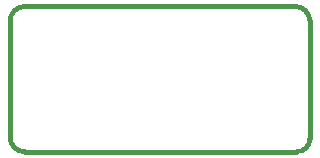
<source format=gbr>
%TF.GenerationSoftware,Altium Limited,Altium Designer,21.4.1 (30)*%
G04 Layer_Color=417716*
%FSLAX45Y45*%
%MOMM*%
%TF.SameCoordinates,540651E0-2A7D-4A38-944B-493F13BEE0D5*%
%TF.FilePolarity,Positive*%
%TF.FileFunction,Other,Top_Board_Outline*%
%TF.Part,Single*%
G01*
G75*
%TA.AperFunction,NonConductor*%
%ADD26C,0.40000*%
D26*
X12204700Y5270500D02*
G03*
X12319000Y5384800I0J114300D01*
G01*
Y6375400D02*
G03*
X12192000Y6502400I-127000J0D01*
G01*
X9906000D02*
G03*
X9779000Y6375400I0J-127000D01*
G01*
Y5397500D02*
G03*
X9906000Y5270500I127000J0D01*
G01*
X12204700D01*
X12319000Y5384800D02*
Y6375400D01*
X9906000Y6502400D02*
X12192000D01*
X9779000Y5397500D02*
Y6375400D01*
%TF.MD5,a889119a74e07a98071a549d269e8834*%
M02*

</source>
